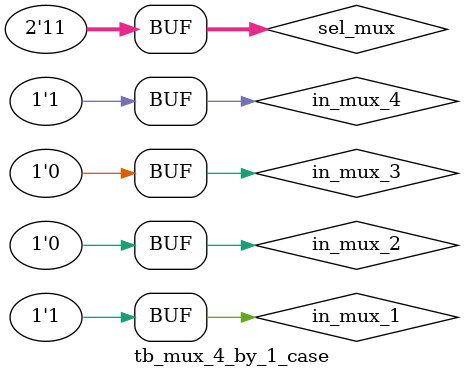
<source format=sv>

module tb_mux_4_by_1_case ();

  bit       in_mux_1;
  bit       in_mux_2;
  bit       in_mux_3;
  bit       in_mux_4;
  reg [1:0] sel_mux ;
  bit       out_mux ;

  mux_4_by_1_case inst_mux_4_by_1_case (
    .in_mux_1(in_mux_1),
    .in_mux_2(in_mux_2),
    .in_mux_3(in_mux_3),
    .in_mux_4(in_mux_4),
    .sel_mux (sel_mux ),
    .out_mux (out_mux )
  );

  initial begin
    // Resetting all inputs
    in_mux_1 = 0;
    in_mux_2 = 0;
    in_mux_3 = 0;
    in_mux_4 = 0;
    sel_mux = 2'b00;

    #10

    in_mux_1 = 1;
    in_mux_2 = 0;
    in_mux_3 = 0;
    in_mux_4 = 1;
    sel_mux = 2'b00;

    #10

    in_mux_1 = 1;
    in_mux_2 = 0;
    in_mux_3 = 0;
    in_mux_4 = 1;
    sel_mux = 2'b01;

    #10

    in_mux_1 = 1;
    in_mux_2 = 0;
    in_mux_3 = 0;
    in_mux_4 = 1;
    sel_mux = 2'b10;

    #10

    in_mux_1 = 1;
    in_mux_2 = 0;
    in_mux_3 = 0;
    in_mux_4 = 1;
    sel_mux = 2'b11;

  end

endmodule : tb_mux_4_by_1_case
</source>
